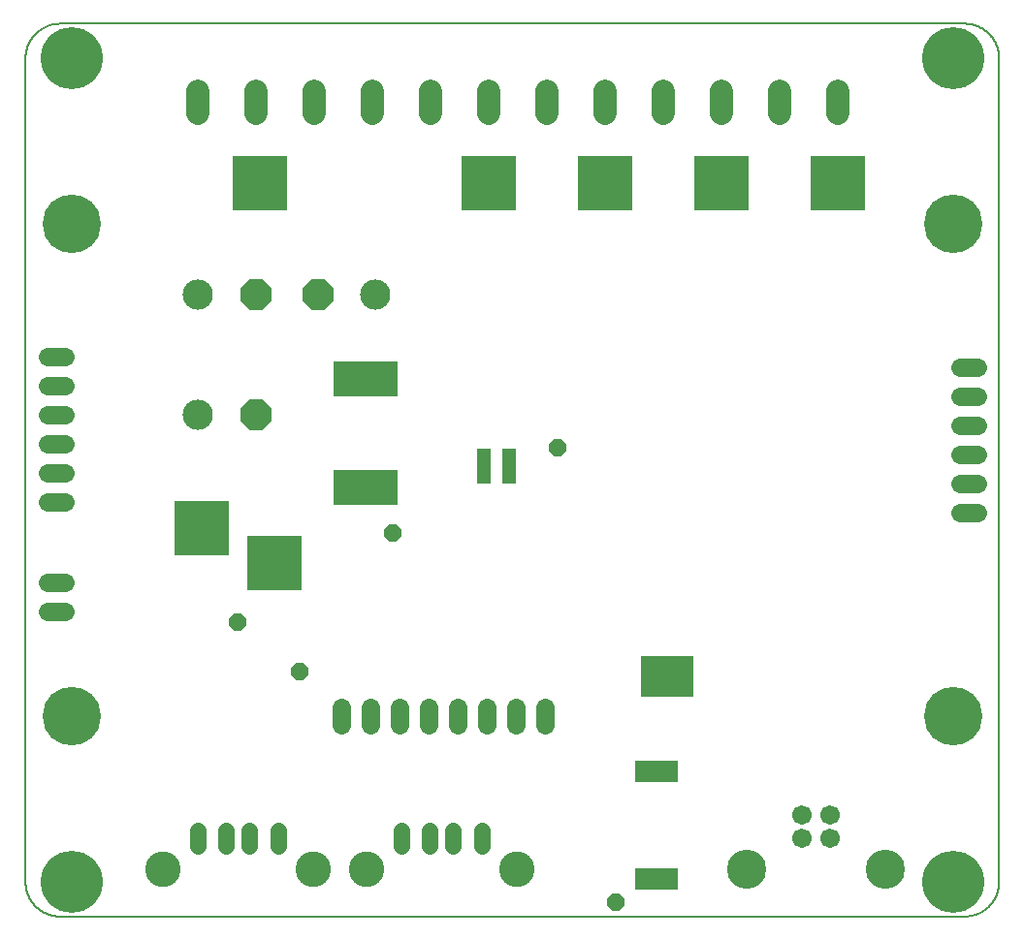
<source format=gbs>
G75*
%MOIN*%
%OFA0B0*%
%FSLAX25Y25*%
%IPPOS*%
%LPD*%
%AMOC8*
5,1,8,0,0,1.08239X$1,22.5*
%
%ADD10R,0.18904X0.18510*%
%ADD11R,0.04362X0.04362*%
%ADD12R,0.22054X0.12211*%
%ADD13C,0.10400*%
%ADD14OC8,0.10400*%
%ADD15C,0.06699*%
%ADD16C,0.13455*%
%ADD17R,0.05124X0.12211*%
%ADD18C,0.04362*%
%ADD19C,0.03575*%
%ADD20R,0.14573X0.07487*%
%ADD21C,0.05518*%
%ADD22C,0.12211*%
%ADD23C,0.06306*%
%ADD24C,0.08077*%
%ADD25C,0.21329*%
%ADD26C,0.00787*%
%ADD27C,0.20085*%
%ADD28R,0.18117X0.14180*%
%ADD29OC8,0.05715*%
D10*
X0149528Y0150148D03*
X0124528Y0162096D03*
X0144528Y0280846D03*
X0223278Y0280846D03*
X0263278Y0280846D03*
X0303278Y0280846D03*
X0343278Y0280846D03*
D11*
X0343278Y0280059D03*
X0348789Y0280059D03*
X0348789Y0285571D03*
X0343278Y0285571D03*
X0337766Y0285571D03*
X0337766Y0280059D03*
X0337766Y0274547D03*
X0343278Y0274547D03*
X0348789Y0274547D03*
X0308789Y0274547D03*
X0303278Y0274547D03*
X0303278Y0280059D03*
X0308789Y0280059D03*
X0308789Y0285571D03*
X0303278Y0285571D03*
X0297766Y0285571D03*
X0297766Y0280059D03*
X0297766Y0274547D03*
X0268789Y0274547D03*
X0263278Y0274547D03*
X0257766Y0274547D03*
X0257766Y0280059D03*
X0263278Y0280059D03*
X0268789Y0280059D03*
X0268789Y0285571D03*
X0263278Y0285571D03*
X0257766Y0285571D03*
X0228789Y0285571D03*
X0223278Y0285571D03*
X0223278Y0280059D03*
X0228789Y0280059D03*
X0228789Y0274547D03*
X0223278Y0274547D03*
X0217766Y0274547D03*
X0217766Y0280059D03*
X0217766Y0285571D03*
X0150039Y0285571D03*
X0144528Y0285571D03*
X0144528Y0280059D03*
X0150039Y0280059D03*
X0150039Y0274547D03*
X0144528Y0274547D03*
X0139016Y0274547D03*
X0139016Y0280059D03*
X0139016Y0285571D03*
X0174872Y0216526D03*
X0180778Y0216526D03*
X0186683Y0216526D03*
X0186683Y0210620D03*
X0180778Y0210620D03*
X0174872Y0210620D03*
X0174872Y0179124D03*
X0174872Y0173219D03*
X0180778Y0173219D03*
X0180778Y0179124D03*
X0186683Y0179124D03*
X0186683Y0173219D03*
X0155039Y0156447D03*
X0149528Y0156447D03*
X0149528Y0150935D03*
X0155039Y0150935D03*
X0155039Y0145423D03*
X0149528Y0145423D03*
X0144016Y0145423D03*
X0144016Y0150935D03*
X0144016Y0156447D03*
X0130039Y0155797D03*
X0124528Y0155797D03*
X0124528Y0161309D03*
X0130039Y0161309D03*
X0130039Y0166821D03*
X0124528Y0166821D03*
X0119016Y0166821D03*
X0119016Y0161309D03*
X0119016Y0155797D03*
X0276053Y0078770D03*
X0280778Y0078770D03*
X0285502Y0078770D03*
X0284528Y0108760D03*
X0288465Y0108760D03*
X0288465Y0113484D03*
X0284528Y0113484D03*
X0280591Y0113484D03*
X0280591Y0108760D03*
X0280778Y0040974D03*
X0285502Y0040974D03*
X0276053Y0040974D03*
D12*
X0180778Y0176171D03*
X0180778Y0213573D03*
D13*
X0184370Y0242372D03*
X0123435Y0242372D03*
X0123435Y0201122D03*
D14*
X0143120Y0201122D03*
X0143120Y0242372D03*
X0164685Y0242372D03*
D15*
X0330856Y0063415D03*
X0330856Y0055541D03*
X0340699Y0055541D03*
X0340699Y0063415D03*
D16*
X0359478Y0044872D03*
X0312077Y0044872D03*
D17*
X0230108Y0183622D03*
X0221447Y0183622D03*
D18*
X0221447Y0179685D03*
X0221447Y0187559D03*
X0230108Y0187559D03*
X0230108Y0179685D03*
D19*
X0230699Y0183622D03*
X0220856Y0183622D03*
D20*
X0280778Y0078376D03*
X0280778Y0041368D03*
D21*
X0220807Y0052982D02*
X0220807Y0058100D01*
X0210965Y0058100D02*
X0210965Y0052982D01*
X0203091Y0052982D02*
X0203091Y0058100D01*
X0193248Y0058100D02*
X0193248Y0052982D01*
X0150807Y0052982D02*
X0150807Y0058100D01*
X0140965Y0058100D02*
X0140965Y0052982D01*
X0133091Y0052982D02*
X0133091Y0058100D01*
X0123248Y0058100D02*
X0123248Y0052982D01*
D22*
X0111161Y0044872D03*
X0162894Y0044872D03*
X0181161Y0044872D03*
X0232894Y0044872D03*
D23*
X0232756Y0094567D02*
X0232756Y0100472D01*
X0242756Y0100472D02*
X0242756Y0094567D01*
X0222756Y0094567D02*
X0222756Y0100472D01*
X0212756Y0100472D02*
X0212756Y0094567D01*
X0202756Y0094567D02*
X0202756Y0100472D01*
X0192756Y0100472D02*
X0192756Y0094567D01*
X0182756Y0094567D02*
X0182756Y0100472D01*
X0172756Y0100472D02*
X0172756Y0094567D01*
X0077480Y0133622D02*
X0071575Y0133622D01*
X0071575Y0143622D02*
X0077480Y0143622D01*
X0077480Y0171122D02*
X0071575Y0171122D01*
X0071575Y0181122D02*
X0077480Y0181122D01*
X0077480Y0191122D02*
X0071575Y0191122D01*
X0071575Y0201122D02*
X0077480Y0201122D01*
X0077480Y0211122D02*
X0071575Y0211122D01*
X0071575Y0221122D02*
X0077480Y0221122D01*
X0385325Y0217372D02*
X0391230Y0217372D01*
X0391230Y0207372D02*
X0385325Y0207372D01*
X0385325Y0197372D02*
X0391230Y0197372D01*
X0391230Y0187372D02*
X0385325Y0187372D01*
X0385325Y0177372D02*
X0391230Y0177372D01*
X0391230Y0167372D02*
X0385325Y0167372D01*
D24*
X0343278Y0304783D02*
X0343278Y0312461D01*
X0323278Y0312461D02*
X0323278Y0304783D01*
X0303278Y0304783D02*
X0303278Y0312461D01*
X0283278Y0312461D02*
X0283278Y0304783D01*
X0263278Y0304783D02*
X0263278Y0312461D01*
X0243278Y0312461D02*
X0243278Y0304783D01*
X0223278Y0304783D02*
X0223278Y0312461D01*
X0203278Y0312461D02*
X0203278Y0304783D01*
X0183278Y0304783D02*
X0183278Y0312461D01*
X0163278Y0312461D02*
X0163278Y0304783D01*
X0143278Y0304783D02*
X0143278Y0312461D01*
X0123278Y0312461D02*
X0123278Y0304783D01*
D25*
X0079803Y0323898D03*
X0382953Y0323898D03*
X0382953Y0040433D03*
X0079803Y0040433D03*
D26*
X0064055Y0040433D02*
X0064055Y0323898D01*
X0064058Y0324183D01*
X0064069Y0324469D01*
X0064086Y0324754D01*
X0064110Y0325038D01*
X0064141Y0325322D01*
X0064179Y0325605D01*
X0064224Y0325886D01*
X0064275Y0326167D01*
X0064333Y0326447D01*
X0064398Y0326725D01*
X0064470Y0327001D01*
X0064548Y0327275D01*
X0064633Y0327548D01*
X0064725Y0327818D01*
X0064823Y0328086D01*
X0064927Y0328352D01*
X0065038Y0328615D01*
X0065155Y0328875D01*
X0065278Y0329133D01*
X0065408Y0329387D01*
X0065544Y0329638D01*
X0065685Y0329886D01*
X0065833Y0330130D01*
X0065986Y0330371D01*
X0066146Y0330607D01*
X0066311Y0330840D01*
X0066481Y0331069D01*
X0066657Y0331294D01*
X0066839Y0331514D01*
X0067025Y0331730D01*
X0067217Y0331941D01*
X0067414Y0332148D01*
X0067616Y0332350D01*
X0067823Y0332547D01*
X0068034Y0332739D01*
X0068250Y0332925D01*
X0068470Y0333107D01*
X0068695Y0333283D01*
X0068924Y0333453D01*
X0069157Y0333618D01*
X0069393Y0333778D01*
X0069634Y0333931D01*
X0069878Y0334079D01*
X0070126Y0334220D01*
X0070377Y0334356D01*
X0070631Y0334486D01*
X0070889Y0334609D01*
X0071149Y0334726D01*
X0071412Y0334837D01*
X0071678Y0334941D01*
X0071946Y0335039D01*
X0072216Y0335131D01*
X0072489Y0335216D01*
X0072763Y0335294D01*
X0073039Y0335366D01*
X0073317Y0335431D01*
X0073597Y0335489D01*
X0073878Y0335540D01*
X0074159Y0335585D01*
X0074442Y0335623D01*
X0074726Y0335654D01*
X0075010Y0335678D01*
X0075295Y0335695D01*
X0075581Y0335706D01*
X0075866Y0335709D01*
X0386890Y0335709D01*
X0387175Y0335706D01*
X0387461Y0335695D01*
X0387746Y0335678D01*
X0388030Y0335654D01*
X0388314Y0335623D01*
X0388597Y0335585D01*
X0388878Y0335540D01*
X0389159Y0335489D01*
X0389439Y0335431D01*
X0389717Y0335366D01*
X0389993Y0335294D01*
X0390267Y0335216D01*
X0390540Y0335131D01*
X0390810Y0335039D01*
X0391078Y0334941D01*
X0391344Y0334837D01*
X0391607Y0334726D01*
X0391867Y0334609D01*
X0392125Y0334486D01*
X0392379Y0334356D01*
X0392630Y0334220D01*
X0392878Y0334079D01*
X0393122Y0333931D01*
X0393363Y0333778D01*
X0393599Y0333618D01*
X0393832Y0333453D01*
X0394061Y0333283D01*
X0394286Y0333107D01*
X0394506Y0332925D01*
X0394722Y0332739D01*
X0394933Y0332547D01*
X0395140Y0332350D01*
X0395342Y0332148D01*
X0395539Y0331941D01*
X0395731Y0331730D01*
X0395917Y0331514D01*
X0396099Y0331294D01*
X0396275Y0331069D01*
X0396445Y0330840D01*
X0396610Y0330607D01*
X0396770Y0330371D01*
X0396923Y0330130D01*
X0397071Y0329886D01*
X0397212Y0329638D01*
X0397348Y0329387D01*
X0397478Y0329133D01*
X0397601Y0328875D01*
X0397718Y0328615D01*
X0397829Y0328352D01*
X0397933Y0328086D01*
X0398031Y0327818D01*
X0398123Y0327548D01*
X0398208Y0327275D01*
X0398286Y0327001D01*
X0398358Y0326725D01*
X0398423Y0326447D01*
X0398481Y0326167D01*
X0398532Y0325886D01*
X0398577Y0325605D01*
X0398615Y0325322D01*
X0398646Y0325038D01*
X0398670Y0324754D01*
X0398687Y0324469D01*
X0398698Y0324183D01*
X0398701Y0323898D01*
X0398701Y0040433D01*
X0398698Y0040148D01*
X0398687Y0039862D01*
X0398670Y0039577D01*
X0398646Y0039293D01*
X0398615Y0039009D01*
X0398577Y0038726D01*
X0398532Y0038445D01*
X0398481Y0038164D01*
X0398423Y0037884D01*
X0398358Y0037606D01*
X0398286Y0037330D01*
X0398208Y0037056D01*
X0398123Y0036783D01*
X0398031Y0036513D01*
X0397933Y0036245D01*
X0397829Y0035979D01*
X0397718Y0035716D01*
X0397601Y0035456D01*
X0397478Y0035198D01*
X0397348Y0034944D01*
X0397212Y0034693D01*
X0397071Y0034445D01*
X0396923Y0034201D01*
X0396770Y0033960D01*
X0396610Y0033724D01*
X0396445Y0033491D01*
X0396275Y0033262D01*
X0396099Y0033037D01*
X0395917Y0032817D01*
X0395731Y0032601D01*
X0395539Y0032390D01*
X0395342Y0032183D01*
X0395140Y0031981D01*
X0394933Y0031784D01*
X0394722Y0031592D01*
X0394506Y0031406D01*
X0394286Y0031224D01*
X0394061Y0031048D01*
X0393832Y0030878D01*
X0393599Y0030713D01*
X0393363Y0030553D01*
X0393122Y0030400D01*
X0392878Y0030252D01*
X0392630Y0030111D01*
X0392379Y0029975D01*
X0392125Y0029845D01*
X0391867Y0029722D01*
X0391607Y0029605D01*
X0391344Y0029494D01*
X0391078Y0029390D01*
X0390810Y0029292D01*
X0390540Y0029200D01*
X0390267Y0029115D01*
X0389993Y0029037D01*
X0389717Y0028965D01*
X0389439Y0028900D01*
X0389159Y0028842D01*
X0388878Y0028791D01*
X0388597Y0028746D01*
X0388314Y0028708D01*
X0388030Y0028677D01*
X0387746Y0028653D01*
X0387461Y0028636D01*
X0387175Y0028625D01*
X0386890Y0028622D01*
X0075866Y0028622D01*
X0075581Y0028625D01*
X0075295Y0028636D01*
X0075010Y0028653D01*
X0074726Y0028677D01*
X0074442Y0028708D01*
X0074159Y0028746D01*
X0073878Y0028791D01*
X0073597Y0028842D01*
X0073317Y0028900D01*
X0073039Y0028965D01*
X0072763Y0029037D01*
X0072489Y0029115D01*
X0072216Y0029200D01*
X0071946Y0029292D01*
X0071678Y0029390D01*
X0071412Y0029494D01*
X0071149Y0029605D01*
X0070889Y0029722D01*
X0070631Y0029845D01*
X0070377Y0029975D01*
X0070126Y0030111D01*
X0069878Y0030252D01*
X0069634Y0030400D01*
X0069393Y0030553D01*
X0069157Y0030713D01*
X0068924Y0030878D01*
X0068695Y0031048D01*
X0068470Y0031224D01*
X0068250Y0031406D01*
X0068034Y0031592D01*
X0067823Y0031784D01*
X0067616Y0031981D01*
X0067414Y0032183D01*
X0067217Y0032390D01*
X0067025Y0032601D01*
X0066839Y0032817D01*
X0066657Y0033037D01*
X0066481Y0033262D01*
X0066311Y0033491D01*
X0066146Y0033724D01*
X0065986Y0033960D01*
X0065833Y0034201D01*
X0065685Y0034445D01*
X0065544Y0034693D01*
X0065408Y0034944D01*
X0065278Y0035198D01*
X0065155Y0035456D01*
X0065038Y0035716D01*
X0064927Y0035979D01*
X0064823Y0036245D01*
X0064725Y0036513D01*
X0064633Y0036783D01*
X0064548Y0037056D01*
X0064470Y0037330D01*
X0064398Y0037606D01*
X0064333Y0037884D01*
X0064275Y0038164D01*
X0064224Y0038445D01*
X0064179Y0038726D01*
X0064141Y0039009D01*
X0064110Y0039293D01*
X0064086Y0039577D01*
X0064069Y0039862D01*
X0064058Y0040148D01*
X0064055Y0040433D01*
D27*
X0079803Y0097520D03*
X0079803Y0266811D03*
X0382953Y0266811D03*
X0382953Y0097520D03*
D28*
X0284528Y0111122D03*
D29*
X0247028Y0189872D03*
X0190153Y0160497D03*
X0137028Y0129872D03*
X0158278Y0112997D03*
X0267028Y0033622D03*
M02*

</source>
